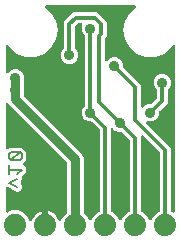
<source format=gbr>
G04 EAGLE Gerber RS-274X export*
G75*
%MOMM*%
%FSLAX34Y34*%
%LPD*%
%INBottom Copper*%
%IPPOS*%
%AMOC8*
5,1,8,0,0,1.08239X$1,22.5*%
G01*
%ADD10C,0.177800*%
%ADD11C,1.879600*%
%ADD12C,0.889000*%
%ADD13C,0.762000*%
%ADD14C,0.304800*%

G36*
X76279Y16617D02*
X76279Y16617D01*
X76299Y16616D01*
X76435Y16644D01*
X76572Y16668D01*
X76591Y16676D01*
X76610Y16680D01*
X76735Y16741D01*
X76862Y16798D01*
X76878Y16811D01*
X76896Y16820D01*
X77002Y16910D01*
X77110Y16997D01*
X77123Y17013D01*
X77138Y17026D01*
X77218Y17140D01*
X77302Y17251D01*
X77314Y17276D01*
X77321Y17286D01*
X77328Y17305D01*
X77373Y17395D01*
X78348Y19750D01*
X81850Y23252D01*
X83544Y23954D01*
X83569Y23968D01*
X83597Y23977D01*
X83707Y24047D01*
X83820Y24111D01*
X83841Y24132D01*
X83866Y24147D01*
X83955Y24242D01*
X84048Y24332D01*
X84064Y24358D01*
X84084Y24379D01*
X84147Y24493D01*
X84215Y24604D01*
X84223Y24632D01*
X84238Y24658D01*
X84270Y24783D01*
X84308Y24907D01*
X84310Y24937D01*
X84317Y24966D01*
X84327Y25126D01*
X84327Y92830D01*
X84315Y92928D01*
X84312Y93027D01*
X84295Y93086D01*
X84287Y93146D01*
X84251Y93238D01*
X84223Y93333D01*
X84193Y93385D01*
X84170Y93441D01*
X84112Y93521D01*
X84062Y93607D01*
X83996Y93682D01*
X83984Y93699D01*
X83974Y93707D01*
X83956Y93728D01*
X77599Y100085D01*
X77520Y100145D01*
X77448Y100213D01*
X77395Y100242D01*
X77347Y100279D01*
X77256Y100319D01*
X77170Y100367D01*
X77111Y100382D01*
X77056Y100406D01*
X76958Y100421D01*
X76862Y100446D01*
X76762Y100452D01*
X76741Y100456D01*
X76729Y100454D01*
X76701Y100456D01*
X74709Y100456D01*
X71955Y101597D01*
X69847Y103705D01*
X68706Y106459D01*
X68706Y109441D01*
X69847Y112195D01*
X71256Y113603D01*
X71316Y113682D01*
X71384Y113754D01*
X71413Y113807D01*
X71450Y113855D01*
X71490Y113945D01*
X71538Y114032D01*
X71553Y114091D01*
X71577Y114146D01*
X71592Y114244D01*
X71617Y114340D01*
X71623Y114440D01*
X71627Y114460D01*
X71625Y114473D01*
X71627Y114501D01*
X71627Y172519D01*
X71615Y172617D01*
X71612Y172716D01*
X71595Y172775D01*
X71587Y172835D01*
X71551Y172927D01*
X71523Y173022D01*
X71493Y173074D01*
X71470Y173130D01*
X71412Y173211D01*
X71362Y173296D01*
X71296Y173371D01*
X71284Y173388D01*
X71274Y173396D01*
X71256Y173417D01*
X69847Y174825D01*
X68706Y177579D01*
X68706Y180561D01*
X69255Y181886D01*
X69269Y181934D01*
X69290Y181979D01*
X69310Y182087D01*
X69339Y182193D01*
X69340Y182243D01*
X69349Y182292D01*
X69343Y182401D01*
X69344Y182511D01*
X69333Y182559D01*
X69330Y182609D01*
X69296Y182713D01*
X69270Y182820D01*
X69247Y182864D01*
X69232Y182911D01*
X69173Y183004D01*
X69122Y183101D01*
X69088Y183138D01*
X69062Y183180D01*
X68981Y183255D01*
X68908Y183337D01*
X68866Y183364D01*
X68830Y183398D01*
X68734Y183451D01*
X68642Y183511D01*
X68595Y183528D01*
X68551Y183552D01*
X68445Y183579D01*
X68341Y183615D01*
X68292Y183619D01*
X68243Y183631D01*
X68083Y183641D01*
X66174Y183641D01*
X66076Y183629D01*
X65977Y183626D01*
X65918Y183609D01*
X65858Y183601D01*
X65766Y183565D01*
X65671Y183537D01*
X65619Y183507D01*
X65563Y183484D01*
X65483Y183426D01*
X65397Y183376D01*
X65322Y183310D01*
X65305Y183298D01*
X65297Y183288D01*
X65276Y183270D01*
X63364Y181358D01*
X63304Y181279D01*
X63236Y181207D01*
X63207Y181154D01*
X63170Y181106D01*
X63130Y181015D01*
X63082Y180929D01*
X63067Y180870D01*
X63043Y180815D01*
X63028Y180717D01*
X63003Y180621D01*
X62997Y180521D01*
X62993Y180500D01*
X62995Y180488D01*
X62993Y180460D01*
X62993Y163015D01*
X63005Y162917D01*
X63008Y162818D01*
X63025Y162759D01*
X63033Y162699D01*
X63069Y162607D01*
X63097Y162512D01*
X63127Y162460D01*
X63150Y162404D01*
X63208Y162323D01*
X63258Y162238D01*
X63324Y162163D01*
X63336Y162146D01*
X63346Y162138D01*
X63364Y162117D01*
X64773Y160709D01*
X65914Y157955D01*
X65914Y154973D01*
X64773Y152219D01*
X62665Y150111D01*
X59911Y148970D01*
X56929Y148970D01*
X54175Y150111D01*
X52067Y152219D01*
X50926Y154973D01*
X50926Y157955D01*
X52067Y160709D01*
X53476Y162117D01*
X53536Y162196D01*
X53604Y162268D01*
X53633Y162321D01*
X53670Y162369D01*
X53710Y162459D01*
X53758Y162546D01*
X53773Y162605D01*
X53797Y162660D01*
X53812Y162758D01*
X53837Y162854D01*
X53843Y162954D01*
X53847Y162974D01*
X53845Y162987D01*
X53847Y163015D01*
X53847Y184774D01*
X61860Y192787D01*
X81904Y192787D01*
X89917Y184774D01*
X89917Y172350D01*
X88764Y171198D01*
X88704Y171119D01*
X88636Y171047D01*
X88607Y170994D01*
X88570Y170946D01*
X88530Y170855D01*
X88482Y170769D01*
X88467Y170710D01*
X88443Y170655D01*
X88428Y170557D01*
X88403Y170461D01*
X88397Y170361D01*
X88393Y170340D01*
X88395Y170328D01*
X88393Y170300D01*
X88393Y152855D01*
X88410Y152717D01*
X88423Y152578D01*
X88430Y152559D01*
X88433Y152539D01*
X88484Y152410D01*
X88531Y152279D01*
X88542Y152262D01*
X88550Y152243D01*
X88631Y152131D01*
X88709Y152016D01*
X88725Y152003D01*
X88736Y151986D01*
X88844Y151897D01*
X88948Y151805D01*
X88966Y151796D01*
X88981Y151783D01*
X89107Y151724D01*
X89231Y151661D01*
X89251Y151656D01*
X89269Y151648D01*
X89406Y151622D01*
X89541Y151591D01*
X89562Y151592D01*
X89581Y151588D01*
X89720Y151597D01*
X89859Y151601D01*
X89879Y151606D01*
X89899Y151608D01*
X90031Y151651D01*
X90165Y151689D01*
X90182Y151700D01*
X90201Y151706D01*
X90319Y151780D01*
X90439Y151851D01*
X90460Y151869D01*
X90470Y151876D01*
X90484Y151891D01*
X90559Y151957D01*
X92275Y153673D01*
X95029Y154814D01*
X98011Y154814D01*
X100765Y153673D01*
X102873Y151565D01*
X104014Y148811D01*
X104014Y146819D01*
X104026Y146721D01*
X104029Y146622D01*
X104046Y146563D01*
X104054Y146503D01*
X104090Y146411D01*
X104118Y146316D01*
X104148Y146264D01*
X104171Y146208D01*
X104229Y146128D01*
X104279Y146042D01*
X104345Y145967D01*
X104357Y145950D01*
X104367Y145942D01*
X104385Y145921D01*
X118873Y131434D01*
X118873Y113485D01*
X118890Y113347D01*
X118903Y113208D01*
X118910Y113189D01*
X118913Y113169D01*
X118964Y113040D01*
X119011Y112909D01*
X119022Y112892D01*
X119030Y112873D01*
X119111Y112761D01*
X119189Y112646D01*
X119205Y112633D01*
X119216Y112616D01*
X119324Y112527D01*
X119428Y112435D01*
X119446Y112426D01*
X119461Y112413D01*
X119587Y112354D01*
X119711Y112291D01*
X119731Y112286D01*
X119749Y112278D01*
X119886Y112252D01*
X120021Y112221D01*
X120042Y112222D01*
X120061Y112218D01*
X120200Y112227D01*
X120339Y112231D01*
X120359Y112236D01*
X120379Y112238D01*
X120511Y112281D01*
X120645Y112319D01*
X120662Y112330D01*
X120681Y112336D01*
X120799Y112410D01*
X120919Y112481D01*
X120940Y112499D01*
X120950Y112506D01*
X120964Y112521D01*
X121039Y112587D01*
X122755Y114303D01*
X125509Y115444D01*
X127501Y115444D01*
X127599Y115456D01*
X127698Y115459D01*
X127757Y115476D01*
X127817Y115484D01*
X127909Y115520D01*
X128004Y115548D01*
X128056Y115578D01*
X128112Y115601D01*
X128192Y115659D01*
X128278Y115709D01*
X128353Y115775D01*
X128370Y115787D01*
X128378Y115797D01*
X128399Y115815D01*
X132216Y119632D01*
X132276Y119711D01*
X132344Y119783D01*
X132373Y119836D01*
X132410Y119884D01*
X132450Y119975D01*
X132498Y120061D01*
X132513Y120120D01*
X132537Y120175D01*
X132552Y120273D01*
X132577Y120369D01*
X132583Y120469D01*
X132587Y120490D01*
X132585Y120502D01*
X132587Y120530D01*
X132587Y126799D01*
X132575Y126897D01*
X132572Y126996D01*
X132555Y127055D01*
X132547Y127115D01*
X132511Y127207D01*
X132483Y127302D01*
X132453Y127354D01*
X132430Y127410D01*
X132372Y127491D01*
X132322Y127576D01*
X132256Y127651D01*
X132244Y127668D01*
X132234Y127676D01*
X132216Y127697D01*
X130807Y129105D01*
X129666Y131859D01*
X129666Y134841D01*
X130807Y137595D01*
X132915Y139703D01*
X135669Y140844D01*
X138651Y140844D01*
X141405Y139703D01*
X143513Y137595D01*
X144654Y134841D01*
X144654Y131859D01*
X143513Y129105D01*
X142104Y127697D01*
X142044Y127618D01*
X141976Y127546D01*
X141947Y127493D01*
X141910Y127445D01*
X141870Y127355D01*
X141822Y127268D01*
X141807Y127209D01*
X141783Y127154D01*
X141768Y127056D01*
X141743Y126960D01*
X141737Y126860D01*
X141733Y126840D01*
X141735Y126827D01*
X141733Y126799D01*
X141733Y116216D01*
X134865Y109349D01*
X134805Y109270D01*
X134737Y109198D01*
X134708Y109145D01*
X134671Y109097D01*
X134631Y109006D01*
X134583Y108920D01*
X134568Y108861D01*
X134544Y108806D01*
X134529Y108708D01*
X134504Y108612D01*
X134498Y108512D01*
X134494Y108491D01*
X134496Y108479D01*
X134494Y108451D01*
X134494Y106459D01*
X133353Y103705D01*
X131245Y101597D01*
X128491Y100456D01*
X125509Y100456D01*
X125261Y100559D01*
X125194Y100578D01*
X125130Y100605D01*
X125041Y100619D01*
X124954Y100643D01*
X124885Y100644D01*
X124815Y100655D01*
X124726Y100647D01*
X124636Y100648D01*
X124568Y100632D01*
X124499Y100625D01*
X124414Y100595D01*
X124327Y100574D01*
X124265Y100541D01*
X124200Y100518D01*
X124125Y100467D01*
X124046Y100425D01*
X123994Y100378D01*
X123936Y100339D01*
X123877Y100272D01*
X123811Y100211D01*
X123772Y100153D01*
X123726Y100101D01*
X123685Y100021D01*
X123636Y99946D01*
X123613Y99880D01*
X123581Y99818D01*
X123562Y99730D01*
X123533Y99645D01*
X123527Y99575D01*
X123512Y99507D01*
X123514Y99418D01*
X123507Y99328D01*
X123519Y99259D01*
X123521Y99189D01*
X123546Y99103D01*
X123562Y99015D01*
X123590Y98951D01*
X123610Y98884D01*
X123655Y98806D01*
X123692Y98725D01*
X123736Y98670D01*
X123771Y98610D01*
X123878Y98489D01*
X141222Y81144D01*
X144273Y78094D01*
X144273Y25126D01*
X144276Y25097D01*
X144274Y25068D01*
X144296Y24939D01*
X144313Y24811D01*
X144323Y24783D01*
X144328Y24754D01*
X144382Y24636D01*
X144430Y24515D01*
X144447Y24491D01*
X144459Y24464D01*
X144540Y24363D01*
X144616Y24258D01*
X144639Y24239D01*
X144658Y24216D01*
X144761Y24138D01*
X144861Y24055D01*
X144888Y24042D01*
X144912Y24025D01*
X145056Y23954D01*
X146326Y23428D01*
X146374Y23414D01*
X146419Y23393D01*
X146527Y23373D01*
X146633Y23344D01*
X146683Y23343D01*
X146732Y23333D01*
X146841Y23340D01*
X146951Y23339D01*
X146999Y23350D01*
X147049Y23353D01*
X147153Y23387D01*
X147260Y23413D01*
X147304Y23436D01*
X147351Y23451D01*
X147444Y23510D01*
X147541Y23561D01*
X147578Y23595D01*
X147620Y23621D01*
X147695Y23702D01*
X147777Y23775D01*
X147804Y23817D01*
X147838Y23853D01*
X147891Y23949D01*
X147951Y24041D01*
X147968Y24088D01*
X147992Y24132D01*
X148019Y24238D01*
X148055Y24342D01*
X148059Y24391D01*
X148071Y24439D01*
X148081Y24600D01*
X148081Y164363D01*
X148063Y164508D01*
X148048Y164653D01*
X148043Y164666D01*
X148041Y164679D01*
X147988Y164814D01*
X147937Y164951D01*
X147929Y164962D01*
X147924Y164975D01*
X147839Y165092D01*
X147756Y165212D01*
X147745Y165221D01*
X147738Y165232D01*
X147626Y165325D01*
X147515Y165420D01*
X147503Y165426D01*
X147493Y165435D01*
X147361Y165497D01*
X147230Y165562D01*
X147217Y165565D01*
X147205Y165570D01*
X147063Y165598D01*
X146919Y165628D01*
X146906Y165628D01*
X146893Y165630D01*
X146748Y165621D01*
X146602Y165615D01*
X146588Y165611D01*
X146575Y165610D01*
X146437Y165566D01*
X146297Y165524D01*
X146285Y165517D01*
X146273Y165512D01*
X146150Y165435D01*
X146025Y165359D01*
X146015Y165349D01*
X146004Y165342D01*
X145904Y165236D01*
X145802Y165132D01*
X145792Y165117D01*
X145786Y165111D01*
X145778Y165096D01*
X145713Y164998D01*
X144585Y163045D01*
X138478Y157920D01*
X130986Y155193D01*
X123014Y155193D01*
X115522Y157920D01*
X109415Y163045D01*
X105429Y169949D01*
X104045Y177800D01*
X105429Y185651D01*
X109415Y192555D01*
X114282Y196640D01*
X114306Y196666D01*
X114335Y196686D01*
X114414Y196782D01*
X114499Y196873D01*
X114515Y196904D01*
X114538Y196931D01*
X114591Y197044D01*
X114650Y197153D01*
X114658Y197187D01*
X114674Y197219D01*
X114697Y197341D01*
X114727Y197461D01*
X114727Y197497D01*
X114733Y197532D01*
X114726Y197655D01*
X114725Y197779D01*
X114716Y197814D01*
X114714Y197849D01*
X114675Y197967D01*
X114644Y198087D01*
X114626Y198118D01*
X114616Y198151D01*
X114549Y198256D01*
X114489Y198365D01*
X114464Y198390D01*
X114445Y198420D01*
X114355Y198505D01*
X114270Y198595D01*
X114240Y198614D01*
X114214Y198638D01*
X114105Y198698D01*
X114000Y198764D01*
X113966Y198775D01*
X113935Y198792D01*
X113815Y198823D01*
X113697Y198860D01*
X113662Y198862D01*
X113627Y198871D01*
X113467Y198881D01*
X38933Y198881D01*
X38898Y198877D01*
X38863Y198879D01*
X38741Y198857D01*
X38618Y198841D01*
X38585Y198828D01*
X38550Y198822D01*
X38437Y198770D01*
X38322Y198724D01*
X38294Y198704D01*
X38261Y198689D01*
X38165Y198610D01*
X38065Y198538D01*
X38042Y198510D01*
X38015Y198488D01*
X37941Y198388D01*
X37862Y198293D01*
X37847Y198261D01*
X37826Y198232D01*
X37779Y198117D01*
X37726Y198005D01*
X37720Y197970D01*
X37707Y197937D01*
X37690Y197814D01*
X37667Y197693D01*
X37669Y197657D01*
X37664Y197622D01*
X37679Y197499D01*
X37686Y197375D01*
X37697Y197341D01*
X37702Y197306D01*
X37746Y197191D01*
X37784Y197073D01*
X37803Y197043D01*
X37816Y197010D01*
X37888Y196909D01*
X37955Y196804D01*
X37980Y196780D01*
X38001Y196751D01*
X38118Y196640D01*
X42985Y192556D01*
X46971Y185651D01*
X48355Y177800D01*
X46971Y169949D01*
X42985Y163045D01*
X36878Y157920D01*
X29386Y155193D01*
X21414Y155193D01*
X13922Y157920D01*
X7815Y163044D01*
X6687Y164998D01*
X6599Y165114D01*
X6514Y165232D01*
X6503Y165241D01*
X6495Y165251D01*
X6381Y165342D01*
X6269Y165435D01*
X6256Y165441D01*
X6246Y165449D01*
X6112Y165509D01*
X5981Y165570D01*
X5968Y165573D01*
X5955Y165578D01*
X5811Y165603D01*
X5668Y165630D01*
X5655Y165629D01*
X5642Y165632D01*
X5496Y165619D01*
X5351Y165610D01*
X5338Y165606D01*
X5325Y165605D01*
X5187Y165557D01*
X5049Y165512D01*
X5037Y165505D01*
X5024Y165501D01*
X4903Y165420D01*
X4780Y165342D01*
X4771Y165332D01*
X4759Y165325D01*
X4662Y165217D01*
X4562Y165111D01*
X4555Y165099D01*
X4546Y165089D01*
X4479Y164960D01*
X4408Y164832D01*
X4405Y164819D01*
X4399Y164807D01*
X4365Y164665D01*
X4329Y164524D01*
X4328Y164506D01*
X4326Y164498D01*
X4326Y164480D01*
X4319Y164363D01*
X4319Y142441D01*
X4336Y142303D01*
X4349Y142164D01*
X4356Y142145D01*
X4359Y142125D01*
X4410Y141996D01*
X4457Y141865D01*
X4468Y141848D01*
X4476Y141829D01*
X4557Y141717D01*
X4635Y141602D01*
X4651Y141589D01*
X4662Y141572D01*
X4770Y141483D01*
X4874Y141391D01*
X4892Y141382D01*
X4907Y141369D01*
X5033Y141310D01*
X5157Y141247D01*
X5177Y141242D01*
X5195Y141234D01*
X5331Y141208D01*
X5467Y141177D01*
X5488Y141178D01*
X5507Y141174D01*
X5646Y141183D01*
X5785Y141187D01*
X5805Y141192D01*
X5825Y141194D01*
X5957Y141237D01*
X6091Y141275D01*
X6108Y141286D01*
X6127Y141292D01*
X6245Y141366D01*
X6365Y141437D01*
X6386Y141455D01*
X6396Y141462D01*
X6410Y141477D01*
X6485Y141543D01*
X8455Y143513D01*
X11209Y144654D01*
X14191Y144654D01*
X16945Y143513D01*
X19053Y141405D01*
X20194Y138651D01*
X20194Y135669D01*
X19655Y134370D01*
X19653Y134361D01*
X19648Y134353D01*
X19611Y134207D01*
X19571Y134063D01*
X19571Y134054D01*
X19569Y134045D01*
X19559Y133884D01*
X19559Y130276D01*
X19560Y130267D01*
X19559Y130258D01*
X19580Y130109D01*
X19599Y129961D01*
X19602Y129952D01*
X19603Y129943D01*
X19655Y129790D01*
X20194Y128491D01*
X20194Y125509D01*
X19655Y124210D01*
X19653Y124201D01*
X19648Y124193D01*
X19611Y124047D01*
X19571Y123903D01*
X19571Y123894D01*
X19569Y123885D01*
X19559Y123724D01*
X19559Y122747D01*
X19571Y122649D01*
X19574Y122550D01*
X19591Y122491D01*
X19599Y122431D01*
X19635Y122339D01*
X19663Y122244D01*
X19693Y122192D01*
X19716Y122136D01*
X19774Y122055D01*
X19824Y121970D01*
X19890Y121895D01*
X19902Y121878D01*
X19912Y121870D01*
X19930Y121849D01*
X69315Y72465D01*
X70359Y69944D01*
X70359Y23969D01*
X70371Y23871D01*
X70374Y23772D01*
X70391Y23714D01*
X70399Y23654D01*
X70435Y23562D01*
X70463Y23467D01*
X70493Y23414D01*
X70516Y23358D01*
X70574Y23278D01*
X70624Y23193D01*
X70690Y23117D01*
X70702Y23101D01*
X70712Y23093D01*
X70730Y23072D01*
X74052Y19750D01*
X75027Y17395D01*
X75096Y17275D01*
X75161Y17152D01*
X75175Y17137D01*
X75185Y17119D01*
X75282Y17019D01*
X75375Y16916D01*
X75392Y16905D01*
X75406Y16891D01*
X75524Y16818D01*
X75641Y16742D01*
X75660Y16735D01*
X75677Y16724D01*
X75810Y16684D01*
X75942Y16638D01*
X75962Y16637D01*
X75981Y16631D01*
X76120Y16624D01*
X76259Y16613D01*
X76279Y16617D01*
G37*
G36*
X39488Y12716D02*
X39488Y12716D01*
X39607Y12723D01*
X39645Y12736D01*
X39685Y12741D01*
X39796Y12785D01*
X39909Y12821D01*
X39944Y12843D01*
X39981Y12858D01*
X40077Y12928D01*
X40178Y12991D01*
X40206Y13021D01*
X40239Y13045D01*
X40314Y13136D01*
X40396Y13223D01*
X40416Y13258D01*
X40441Y13290D01*
X40492Y13397D01*
X40550Y13502D01*
X40560Y13541D01*
X40577Y13577D01*
X40599Y13694D01*
X40629Y13809D01*
X40633Y13870D01*
X40637Y13890D01*
X40635Y13910D01*
X40639Y13970D01*
X40639Y24385D01*
X40896Y24345D01*
X42683Y23764D01*
X44357Y22911D01*
X45878Y21806D01*
X47206Y20478D01*
X48311Y18957D01*
X49164Y17283D01*
X49315Y16818D01*
X49328Y16791D01*
X49335Y16762D01*
X49395Y16648D01*
X49450Y16530D01*
X49469Y16507D01*
X49483Y16481D01*
X49570Y16385D01*
X49653Y16285D01*
X49677Y16268D01*
X49697Y16246D01*
X49806Y16174D01*
X49910Y16098D01*
X49938Y16087D01*
X49963Y16071D01*
X50086Y16029D01*
X50206Y15981D01*
X50236Y15977D01*
X50264Y15968D01*
X50393Y15957D01*
X50521Y15941D01*
X50551Y15945D01*
X50581Y15942D01*
X50709Y15965D01*
X50837Y15981D01*
X50865Y15992D01*
X50894Y15997D01*
X51012Y16050D01*
X51133Y16098D01*
X51157Y16115D01*
X51184Y16127D01*
X51285Y16208D01*
X51390Y16284D01*
X51409Y16307D01*
X51433Y16326D01*
X51511Y16430D01*
X51593Y16529D01*
X51606Y16556D01*
X51624Y16580D01*
X51695Y16725D01*
X52948Y19750D01*
X56270Y23072D01*
X56330Y23150D01*
X56398Y23222D01*
X56427Y23275D01*
X56464Y23323D01*
X56504Y23414D01*
X56552Y23501D01*
X56567Y23559D01*
X56591Y23615D01*
X56606Y23713D01*
X56631Y23809D01*
X56637Y23909D01*
X56641Y23929D01*
X56639Y23941D01*
X56641Y23969D01*
X56641Y65213D01*
X56629Y65311D01*
X56626Y65410D01*
X56609Y65469D01*
X56601Y65529D01*
X56565Y65621D01*
X56537Y65716D01*
X56507Y65768D01*
X56484Y65824D01*
X56426Y65905D01*
X56376Y65990D01*
X56310Y66065D01*
X56298Y66082D01*
X56288Y66090D01*
X56270Y66111D01*
X6885Y115495D01*
X6761Y115796D01*
X6726Y115857D01*
X6700Y115922D01*
X6648Y115994D01*
X6603Y116072D01*
X6555Y116123D01*
X6514Y116179D01*
X6444Y116236D01*
X6382Y116301D01*
X6322Y116337D01*
X6269Y116382D01*
X6187Y116420D01*
X6111Y116467D01*
X6044Y116488D01*
X5981Y116517D01*
X5893Y116534D01*
X5807Y116561D01*
X5737Y116564D01*
X5668Y116577D01*
X5579Y116572D01*
X5489Y116576D01*
X5421Y116562D01*
X5351Y116557D01*
X5266Y116530D01*
X5178Y116512D01*
X5115Y116481D01*
X5049Y116459D01*
X4973Y116411D01*
X4892Y116372D01*
X4839Y116327D01*
X4780Y116289D01*
X4718Y116224D01*
X4650Y116166D01*
X4610Y116109D01*
X4562Y116058D01*
X4519Y115979D01*
X4467Y115906D01*
X4442Y115840D01*
X4408Y115779D01*
X4386Y115692D01*
X4354Y115608D01*
X4346Y115539D01*
X4329Y115471D01*
X4319Y115311D01*
X4319Y78132D01*
X4336Y77995D01*
X4349Y77856D01*
X4356Y77837D01*
X4359Y77817D01*
X4410Y77688D01*
X4457Y77557D01*
X4468Y77540D01*
X4476Y77521D01*
X4557Y77409D01*
X4635Y77294D01*
X4651Y77280D01*
X4662Y77264D01*
X4770Y77175D01*
X4874Y77083D01*
X4892Y77074D01*
X4907Y77061D01*
X5033Y77002D01*
X5157Y76938D01*
X5177Y76934D01*
X5195Y76925D01*
X5331Y76899D01*
X5467Y76869D01*
X5488Y76869D01*
X5507Y76866D01*
X5646Y76874D01*
X5785Y76878D01*
X5805Y76884D01*
X5825Y76885D01*
X5957Y76928D01*
X6091Y76967D01*
X6108Y76977D01*
X6127Y76983D01*
X6245Y77058D01*
X6365Y77128D01*
X6386Y77147D01*
X6396Y77154D01*
X6410Y77168D01*
X6485Y77235D01*
X7599Y78348D01*
X9208Y78348D01*
X11386Y78348D01*
X11387Y78348D01*
X17810Y78348D01*
X20488Y75670D01*
X21854Y74305D01*
X21854Y71356D01*
X21854Y69221D01*
X21854Y67568D01*
X19638Y65352D01*
X19565Y65258D01*
X19486Y65169D01*
X19468Y65133D01*
X19443Y65101D01*
X19395Y64991D01*
X19341Y64886D01*
X19332Y64846D01*
X19316Y64809D01*
X19298Y64691D01*
X19272Y64575D01*
X19273Y64535D01*
X19267Y64495D01*
X19278Y64376D01*
X19281Y64257D01*
X19293Y64219D01*
X19296Y64178D01*
X19337Y64066D01*
X19370Y63952D01*
X19390Y63917D01*
X19404Y63879D01*
X19471Y63780D01*
X19531Y63678D01*
X19571Y63633D01*
X19583Y63616D01*
X19598Y63602D01*
X19638Y63557D01*
X21854Y61341D01*
X21854Y58079D01*
X19175Y55401D01*
X18454Y54679D01*
X18408Y54621D01*
X18355Y54568D01*
X18311Y54495D01*
X18259Y54428D01*
X18229Y54360D01*
X18191Y54296D01*
X18166Y54214D01*
X18133Y54136D01*
X18121Y54063D01*
X18099Y53991D01*
X18096Y53906D01*
X18083Y53822D01*
X18090Y53748D01*
X18087Y53673D01*
X18105Y53590D01*
X18113Y53506D01*
X18138Y53435D01*
X18153Y53362D01*
X18216Y53214D01*
X18693Y52260D01*
X17568Y48885D01*
X17566Y48876D01*
X17562Y48868D01*
X17536Y48722D01*
X17506Y48573D01*
X17507Y48564D01*
X17505Y48555D01*
X17515Y48406D01*
X17524Y48256D01*
X17526Y48247D01*
X17527Y48238D01*
X17568Y48083D01*
X18693Y44707D01*
X17234Y41790D01*
X14139Y40758D01*
X6156Y44750D01*
X6066Y44782D01*
X5981Y44822D01*
X5917Y44834D01*
X5856Y44856D01*
X5761Y44864D01*
X5668Y44882D01*
X5604Y44878D01*
X5539Y44883D01*
X5445Y44868D01*
X5351Y44862D01*
X5289Y44842D01*
X5225Y44831D01*
X5138Y44793D01*
X5049Y44764D01*
X4994Y44729D01*
X4934Y44703D01*
X4860Y44644D01*
X4780Y44594D01*
X4735Y44546D01*
X4684Y44506D01*
X4627Y44431D01*
X4562Y44362D01*
X4531Y44305D01*
X4491Y44253D01*
X4454Y44166D01*
X4408Y44084D01*
X4392Y44021D01*
X4367Y43961D01*
X4353Y43867D01*
X4329Y43776D01*
X4322Y43665D01*
X4319Y43646D01*
X4320Y43636D01*
X4319Y43615D01*
X4319Y24600D01*
X4325Y24551D01*
X4323Y24501D01*
X4345Y24394D01*
X4359Y24285D01*
X4377Y24239D01*
X4387Y24190D01*
X4435Y24091D01*
X4476Y23989D01*
X4505Y23949D01*
X4527Y23904D01*
X4598Y23820D01*
X4662Y23732D01*
X4701Y23700D01*
X4733Y23662D01*
X4823Y23599D01*
X4907Y23529D01*
X4952Y23508D01*
X4993Y23479D01*
X5096Y23440D01*
X5195Y23393D01*
X5244Y23384D01*
X5290Y23366D01*
X5400Y23354D01*
X5507Y23333D01*
X5557Y23337D01*
X5606Y23331D01*
X5715Y23346D01*
X5825Y23353D01*
X5872Y23369D01*
X5921Y23375D01*
X6074Y23428D01*
X10224Y25147D01*
X15176Y25147D01*
X19750Y23252D01*
X23252Y19750D01*
X24505Y16725D01*
X24520Y16699D01*
X24529Y16670D01*
X24599Y16561D01*
X24663Y16448D01*
X24684Y16427D01*
X24700Y16402D01*
X24794Y16313D01*
X24884Y16220D01*
X24910Y16204D01*
X24931Y16184D01*
X25045Y16121D01*
X25155Y16054D01*
X25184Y16045D01*
X25210Y16031D01*
X25335Y15998D01*
X25459Y15960D01*
X25489Y15959D01*
X25518Y15951D01*
X25648Y15951D01*
X25777Y15945D01*
X25806Y15951D01*
X25836Y15951D01*
X25961Y15983D01*
X26088Y16009D01*
X26115Y16022D01*
X26144Y16030D01*
X26257Y16092D01*
X26374Y16149D01*
X26397Y16168D01*
X26423Y16183D01*
X26517Y16271D01*
X26616Y16355D01*
X26633Y16380D01*
X26655Y16400D01*
X26724Y16509D01*
X26799Y16615D01*
X26810Y16643D01*
X26826Y16669D01*
X26885Y16818D01*
X27036Y17283D01*
X27889Y18957D01*
X28994Y20478D01*
X30322Y21806D01*
X31843Y22911D01*
X33517Y23764D01*
X35304Y24345D01*
X35561Y24385D01*
X35561Y13970D01*
X35576Y13852D01*
X35583Y13733D01*
X35596Y13695D01*
X35601Y13655D01*
X35644Y13544D01*
X35681Y13431D01*
X35703Y13397D01*
X35718Y13359D01*
X35788Y13263D01*
X35851Y13162D01*
X35881Y13134D01*
X35904Y13102D01*
X35996Y13026D01*
X36083Y12944D01*
X36118Y12925D01*
X36149Y12899D01*
X36257Y12848D01*
X36361Y12791D01*
X36401Y12780D01*
X36437Y12763D01*
X36554Y12741D01*
X36669Y12711D01*
X36730Y12707D01*
X36750Y12703D01*
X36770Y12705D01*
X36830Y12701D01*
X39370Y12701D01*
X39488Y12716D01*
G37*
G36*
X101679Y16617D02*
X101679Y16617D01*
X101699Y16616D01*
X101835Y16644D01*
X101972Y16668D01*
X101991Y16676D01*
X102010Y16680D01*
X102135Y16741D01*
X102262Y16798D01*
X102278Y16811D01*
X102296Y16820D01*
X102402Y16910D01*
X102510Y16997D01*
X102523Y17013D01*
X102538Y17026D01*
X102618Y17140D01*
X102702Y17251D01*
X102714Y17276D01*
X102721Y17286D01*
X102728Y17305D01*
X102773Y17395D01*
X103748Y19750D01*
X107250Y23252D01*
X108944Y23954D01*
X108969Y23968D01*
X108997Y23977D01*
X109107Y24047D01*
X109220Y24111D01*
X109241Y24132D01*
X109266Y24147D01*
X109355Y24242D01*
X109448Y24332D01*
X109464Y24358D01*
X109484Y24379D01*
X109547Y24493D01*
X109615Y24604D01*
X109623Y24632D01*
X109638Y24658D01*
X109670Y24783D01*
X109708Y24907D01*
X109710Y24937D01*
X109717Y24966D01*
X109727Y25126D01*
X109727Y83940D01*
X109715Y84038D01*
X109712Y84137D01*
X109695Y84196D01*
X109687Y84256D01*
X109651Y84348D01*
X109623Y84443D01*
X109593Y84495D01*
X109570Y84551D01*
X109512Y84631D01*
X109462Y84717D01*
X109396Y84792D01*
X109384Y84809D01*
X109374Y84817D01*
X109356Y84838D01*
X102999Y91195D01*
X102920Y91255D01*
X102848Y91323D01*
X102795Y91352D01*
X102747Y91389D01*
X102656Y91429D01*
X102570Y91477D01*
X102511Y91492D01*
X102456Y91516D01*
X102358Y91531D01*
X102262Y91556D01*
X102162Y91562D01*
X102141Y91566D01*
X102129Y91564D01*
X102101Y91566D01*
X100109Y91566D01*
X97355Y92707D01*
X95639Y94423D01*
X95530Y94508D01*
X95423Y94597D01*
X95404Y94605D01*
X95388Y94618D01*
X95260Y94673D01*
X95135Y94732D01*
X95115Y94736D01*
X95096Y94744D01*
X94958Y94766D01*
X94822Y94792D01*
X94802Y94791D01*
X94782Y94794D01*
X94643Y94781D01*
X94505Y94772D01*
X94486Y94766D01*
X94466Y94764D01*
X94334Y94717D01*
X94203Y94674D01*
X94185Y94663D01*
X94166Y94657D01*
X94051Y94578D01*
X93934Y94504D01*
X93920Y94489D01*
X93903Y94478D01*
X93811Y94374D01*
X93716Y94272D01*
X93706Y94255D01*
X93693Y94240D01*
X93629Y94115D01*
X93562Y93994D01*
X93557Y93974D01*
X93548Y93956D01*
X93518Y93820D01*
X93483Y93686D01*
X93481Y93658D01*
X93478Y93646D01*
X93479Y93626D01*
X93473Y93525D01*
X93473Y25126D01*
X93476Y25097D01*
X93474Y25068D01*
X93496Y24940D01*
X93513Y24811D01*
X93523Y24783D01*
X93528Y24754D01*
X93582Y24636D01*
X93630Y24515D01*
X93647Y24491D01*
X93659Y24464D01*
X93740Y24363D01*
X93816Y24258D01*
X93839Y24239D01*
X93858Y24216D01*
X93961Y24138D01*
X94061Y24055D01*
X94088Y24042D01*
X94112Y24025D01*
X94256Y23954D01*
X95950Y23252D01*
X99452Y19750D01*
X100427Y17395D01*
X100496Y17275D01*
X100561Y17152D01*
X100575Y17137D01*
X100585Y17119D01*
X100682Y17019D01*
X100775Y16916D01*
X100792Y16905D01*
X100806Y16891D01*
X100924Y16818D01*
X101041Y16742D01*
X101060Y16735D01*
X101077Y16724D01*
X101210Y16684D01*
X101342Y16638D01*
X101362Y16637D01*
X101381Y16631D01*
X101520Y16624D01*
X101659Y16613D01*
X101679Y16617D01*
G37*
G36*
X127079Y16617D02*
X127079Y16617D01*
X127099Y16616D01*
X127235Y16644D01*
X127372Y16668D01*
X127391Y16676D01*
X127410Y16680D01*
X127535Y16741D01*
X127662Y16798D01*
X127678Y16811D01*
X127696Y16820D01*
X127802Y16910D01*
X127910Y16997D01*
X127923Y17013D01*
X127938Y17026D01*
X128018Y17140D01*
X128102Y17251D01*
X128114Y17276D01*
X128121Y17286D01*
X128128Y17305D01*
X128173Y17395D01*
X129148Y19750D01*
X132650Y23252D01*
X134344Y23954D01*
X134369Y23968D01*
X134397Y23977D01*
X134507Y24047D01*
X134620Y24111D01*
X134641Y24132D01*
X134666Y24147D01*
X134755Y24242D01*
X134848Y24332D01*
X134864Y24358D01*
X134884Y24379D01*
X134947Y24493D01*
X135015Y24604D01*
X135023Y24632D01*
X135038Y24658D01*
X135070Y24783D01*
X135108Y24907D01*
X135110Y24937D01*
X135117Y24966D01*
X135127Y25126D01*
X135127Y73780D01*
X135115Y73878D01*
X135112Y73977D01*
X135095Y74036D01*
X135087Y74096D01*
X135051Y74188D01*
X135023Y74283D01*
X134993Y74335D01*
X134970Y74391D01*
X134912Y74471D01*
X134862Y74557D01*
X134796Y74632D01*
X134784Y74649D01*
X134774Y74657D01*
X134756Y74678D01*
X121039Y88394D01*
X120930Y88479D01*
X120823Y88568D01*
X120804Y88576D01*
X120788Y88589D01*
X120660Y88644D01*
X120535Y88703D01*
X120515Y88707D01*
X120496Y88715D01*
X120358Y88737D01*
X120222Y88763D01*
X120202Y88762D01*
X120182Y88765D01*
X120043Y88752D01*
X119905Y88743D01*
X119886Y88737D01*
X119866Y88735D01*
X119734Y88688D01*
X119603Y88645D01*
X119585Y88634D01*
X119566Y88627D01*
X119451Y88549D01*
X119334Y88475D01*
X119320Y88460D01*
X119303Y88449D01*
X119211Y88345D01*
X119116Y88243D01*
X119106Y88226D01*
X119093Y88210D01*
X119029Y88087D01*
X118962Y87965D01*
X118957Y87945D01*
X118948Y87927D01*
X118918Y87791D01*
X118883Y87657D01*
X118881Y87629D01*
X118878Y87617D01*
X118879Y87596D01*
X118873Y87496D01*
X118873Y25126D01*
X118876Y25097D01*
X118874Y25068D01*
X118896Y24940D01*
X118913Y24811D01*
X118923Y24783D01*
X118928Y24754D01*
X118982Y24636D01*
X119030Y24515D01*
X119047Y24491D01*
X119059Y24464D01*
X119140Y24363D01*
X119216Y24258D01*
X119239Y24239D01*
X119258Y24216D01*
X119361Y24138D01*
X119461Y24055D01*
X119488Y24042D01*
X119512Y24025D01*
X119656Y23954D01*
X121350Y23252D01*
X124852Y19750D01*
X125827Y17395D01*
X125896Y17275D01*
X125961Y17152D01*
X125975Y17137D01*
X125985Y17119D01*
X126082Y17019D01*
X126175Y16916D01*
X126192Y16905D01*
X126206Y16891D01*
X126324Y16818D01*
X126441Y16742D01*
X126460Y16735D01*
X126477Y16724D01*
X126610Y16684D01*
X126742Y16638D01*
X126762Y16637D01*
X126781Y16631D01*
X126920Y16624D01*
X127059Y16613D01*
X127079Y16617D01*
G37*
D10*
X14442Y45010D02*
X7493Y48484D01*
X14442Y51958D01*
X14442Y56236D02*
X17916Y59710D01*
X7493Y59710D01*
X7493Y56236D02*
X7493Y63184D01*
X9230Y67462D02*
X16179Y67462D01*
X17916Y69199D01*
X17916Y72674D01*
X16179Y74411D01*
X9230Y74411D01*
X7493Y72674D01*
X7493Y69199D01*
X9230Y67462D01*
X16179Y74411D01*
D11*
X12700Y12700D03*
X38100Y12700D03*
X63500Y12700D03*
X88900Y12700D03*
X114300Y12700D03*
X139700Y12700D03*
D12*
X57912Y143510D03*
X47752Y146050D03*
X75692Y92710D03*
X76200Y24130D03*
X127000Y24130D03*
X142240Y87630D03*
X101600Y24130D03*
X25400Y24130D03*
X50800Y24130D03*
X22860Y85090D03*
X96520Y194310D03*
X142240Y146050D03*
X8890Y148590D03*
X12700Y137160D03*
X12700Y127000D03*
D13*
X12700Y137160D01*
X12700Y127000D02*
X12700Y119380D01*
D12*
X127000Y107950D03*
X137160Y133350D03*
D14*
X137160Y118110D01*
X127000Y107950D01*
D13*
X63500Y68580D02*
X12700Y119380D01*
X63500Y68580D02*
X63500Y12700D01*
D12*
X58420Y156464D03*
X101600Y99060D03*
D14*
X114300Y86360D02*
X114300Y12700D01*
X101600Y99060D02*
X83820Y116840D01*
X83820Y172720D01*
X85344Y174244D01*
X85344Y182880D01*
X80010Y188214D01*
X58420Y182880D02*
X58420Y156464D01*
X63754Y188214D02*
X80010Y188214D01*
X63754Y188214D02*
X58420Y182880D01*
X101600Y99060D02*
X114300Y86360D01*
D12*
X76200Y107950D03*
X76200Y179070D03*
D14*
X76200Y107950D01*
X88900Y95250D02*
X88900Y12700D01*
X88900Y95250D02*
X76200Y107950D01*
D12*
X96520Y147320D03*
D14*
X139700Y76200D02*
X139700Y12700D01*
X114300Y101600D02*
X114300Y129540D01*
X96520Y147320D01*
X114300Y101600D02*
X139700Y76200D01*
M02*

</source>
